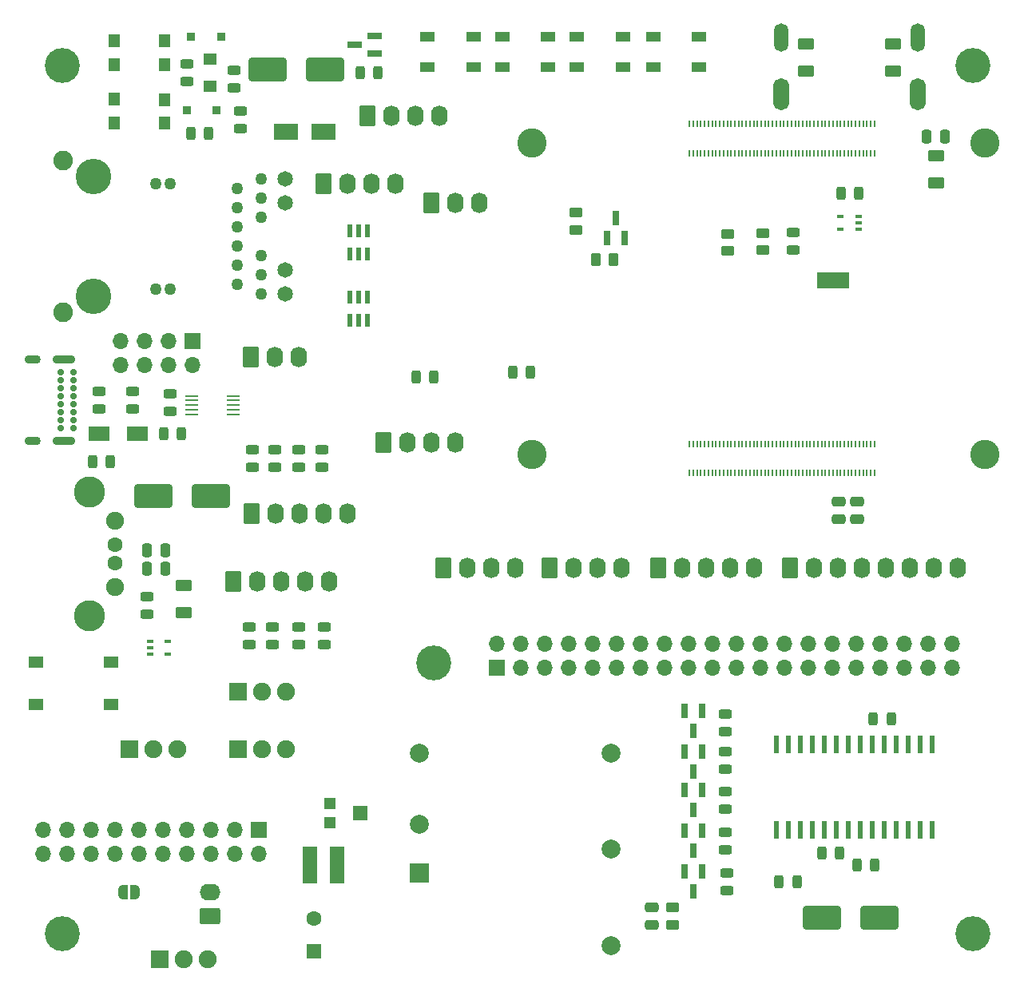
<source format=gts>
%TF.GenerationSoftware,KiCad,Pcbnew,5.99.0-unknown-47cb7f53fd~143~ubuntu20.04.1*%
%TF.CreationDate,2021-11-23T21:30:27-08:00*%
%TF.ProjectId,acorn-motherboard,61636f72-6e2d-46d6-9f74-686572626f61,rev?*%
%TF.SameCoordinates,Original*%
%TF.FileFunction,Soldermask,Top*%
%TF.FilePolarity,Negative*%
%FSLAX46Y46*%
G04 Gerber Fmt 4.6, Leading zero omitted, Abs format (unit mm)*
G04 Created by KiCad (PCBNEW 5.99.0-unknown-47cb7f53fd~143~ubuntu20.04.1) date 2021-11-23 21:30:27*
%MOMM*%
%LPD*%
G01*
G04 APERTURE LIST*
G04 Aperture macros list*
%AMRoundRect*
0 Rectangle with rounded corners*
0 $1 Rounding radius*
0 $2 $3 $4 $5 $6 $7 $8 $9 X,Y pos of 4 corners*
0 Add a 4 corners polygon primitive as box body*
4,1,4,$2,$3,$4,$5,$6,$7,$8,$9,$2,$3,0*
0 Add four circle primitives for the rounded corners*
1,1,$1+$1,$2,$3*
1,1,$1+$1,$4,$5*
1,1,$1+$1,$6,$7*
1,1,$1+$1,$8,$9*
0 Add four rect primitives between the rounded corners*
20,1,$1+$1,$2,$3,$4,$5,0*
20,1,$1+$1,$4,$5,$6,$7,0*
20,1,$1+$1,$6,$7,$8,$9,0*
20,1,$1+$1,$8,$9,$2,$3,0*%
%AMFreePoly0*
4,1,22,0.500000,-0.750000,0.000000,-0.750000,0.000000,-0.745033,-0.079941,-0.743568,-0.215256,-0.701293,-0.333266,-0.622738,-0.424486,-0.514219,-0.481581,-0.384460,-0.499164,-0.250000,-0.500000,-0.250000,-0.500000,0.250000,-0.499164,0.250000,-0.499963,0.256109,-0.478152,0.396186,-0.417904,0.524511,-0.324060,0.630769,-0.204165,0.706417,-0.067858,0.745374,0.000000,0.744959,0.000000,0.750000,
0.500000,0.750000,0.500000,-0.750000,0.500000,-0.750000,$1*%
%AMFreePoly1*
4,1,20,0.000000,0.744959,0.073905,0.744508,0.209726,0.703889,0.328688,0.626782,0.421226,0.519385,0.479903,0.390333,0.500000,0.250000,0.500000,-0.250000,0.499851,-0.262216,0.476331,-0.402017,0.414519,-0.529596,0.319384,-0.634700,0.198574,-0.708877,0.061801,-0.746166,0.000000,-0.745033,0.000000,-0.750000,-0.500000,-0.750000,-0.500000,0.750000,0.000000,0.750000,0.000000,0.744959,
0.000000,0.744959,$1*%
G04 Aperture macros list end*
%ADD10R,1.600000X3.900000*%
%ADD11RoundRect,0.250000X-0.620000X-0.850000X0.620000X-0.850000X0.620000X0.850000X-0.620000X0.850000X0*%
%ADD12O,1.740000X2.200000*%
%ADD13RoundRect,0.250000X0.850000X-0.620000X0.850000X0.620000X-0.850000X0.620000X-0.850000X-0.620000X0*%
%ADD14O,2.200000X1.740000*%
%ADD15C,3.700000*%
%ADD16R,1.200000X1.200000*%
%ADD17R,1.500000X1.600000*%
%ADD18RoundRect,0.250000X0.625000X-0.375000X0.625000X0.375000X-0.625000X0.375000X-0.625000X-0.375000X0*%
%ADD19RoundRect,0.243750X-0.456250X0.243750X-0.456250X-0.243750X0.456250X-0.243750X0.456250X0.243750X0*%
%ADD20C,3.100000*%
%ADD21R,0.200000X0.700000*%
%ADD22RoundRect,0.243750X0.456250X-0.243750X0.456250X0.243750X-0.456250X0.243750X-0.456250X-0.243750X0*%
%ADD23R,1.400000X1.300000*%
%ADD24R,2.500000X1.800000*%
%ADD25RoundRect,0.243750X0.243750X0.456250X-0.243750X0.456250X-0.243750X-0.456250X0.243750X-0.456250X0*%
%ADD26C,1.270000*%
%ADD27C,1.651000*%
%ADD28C,3.759200*%
%ADD29C,2.082800*%
%ADD30R,0.900000X0.950000*%
%ADD31RoundRect,0.243750X-0.243750X-0.456250X0.243750X-0.456250X0.243750X0.456250X-0.243750X0.456250X0*%
%ADD32RoundRect,0.250000X-0.625000X0.375000X-0.625000X-0.375000X0.625000X-0.375000X0.625000X0.375000X0*%
%ADD33R,3.400000X1.800000*%
%ADD34RoundRect,0.070000X0.650000X0.300000X-0.650000X0.300000X-0.650000X-0.300000X0.650000X-0.300000X0*%
%ADD35R,0.558800X1.320800*%
%ADD36R,2.200000X1.600000*%
%ADD37C,0.700000*%
%ADD38O,1.700000X0.900000*%
%ADD39O,2.400000X0.900000*%
%ADD40R,1.550000X1.300000*%
%ADD41RoundRect,0.100000X-0.225000X-0.100000X0.225000X-0.100000X0.225000X0.100000X-0.225000X0.100000X0*%
%ADD42RoundRect,0.100000X0.225000X0.100000X-0.225000X0.100000X-0.225000X-0.100000X0.225000X-0.100000X0*%
%ADD43R,1.358900X0.279400*%
%ADD44C,1.900000*%
%ADD45C,1.600000*%
%ADD46C,3.300000*%
%ADD47RoundRect,0.250000X-1.750000X-1.000000X1.750000X-1.000000X1.750000X1.000000X-1.750000X1.000000X0*%
%ADD48R,2.000000X2.000000*%
%ADD49C,2.000000*%
%ADD50FreePoly0,0.000000*%
%ADD51FreePoly1,0.000000*%
%ADD52R,1.700000X1.700000*%
%ADD53O,1.700000X1.700000*%
%ADD54RoundRect,0.070000X-0.300000X0.650000X-0.300000X-0.650000X0.300000X-0.650000X0.300000X0.650000X0*%
%ADD55R,1.600000X1.600000*%
%ADD56RoundRect,0.250000X-0.620000X-0.845000X0.620000X-0.845000X0.620000X0.845000X-0.620000X0.845000X0*%
%ADD57O,1.740000X2.190000*%
%ADD58R,1.900000X1.900000*%
%ADD59RoundRect,0.250000X-0.475000X0.250000X-0.475000X-0.250000X0.475000X-0.250000X0.475000X0.250000X0*%
%ADD60R,1.500000X1.000000*%
%ADD61RoundRect,0.250000X-0.450000X0.262500X-0.450000X-0.262500X0.450000X-0.262500X0.450000X0.262500X0*%
%ADD62R,1.250000X1.450000*%
%ADD63RoundRect,0.250000X0.250000X0.475000X-0.250000X0.475000X-0.250000X-0.475000X0.250000X-0.475000X0*%
%ADD64RoundRect,0.070000X0.300000X-0.650000X0.300000X0.650000X-0.300000X0.650000X-0.300000X-0.650000X0*%
%ADD65R,0.558800X1.981200*%
%ADD66RoundRect,0.250000X1.750000X1.000000X-1.750000X1.000000X-1.750000X-1.000000X1.750000X-1.000000X0*%
%ADD67RoundRect,0.250000X0.450000X-0.262500X0.450000X0.262500X-0.450000X0.262500X-0.450000X-0.262500X0*%
%ADD68RoundRect,0.250000X-0.262500X-0.450000X0.262500X-0.450000X0.262500X0.450000X-0.262500X0.450000X0*%
%ADD69O,1.700000X3.400000*%
%ADD70O,1.500000X3.000000*%
G04 APERTURE END LIST*
D10*
X118450000Y-129000000D03*
X115550000Y-129000000D03*
D11*
X121690000Y-49562275D03*
D12*
X124230000Y-49562275D03*
X126770000Y-49562275D03*
X129310000Y-49562275D03*
D13*
X105031061Y-134419725D03*
D14*
X105031061Y-131879725D03*
D11*
X117000000Y-56750000D03*
D12*
X119540000Y-56750000D03*
X122080000Y-56750000D03*
X124620000Y-56750000D03*
D15*
X185871061Y-44200000D03*
D16*
X117700000Y-122500000D03*
D17*
X120950000Y-123500000D03*
D16*
X117700000Y-124500000D03*
D18*
X102200000Y-102200000D03*
X102200000Y-99400000D03*
D19*
X98321061Y-100520225D03*
X98321061Y-102395225D03*
D20*
X187121061Y-85450000D03*
X139121061Y-85450000D03*
X139121061Y-52450000D03*
X187121061Y-52450000D03*
D21*
X155821061Y-87450000D03*
X155821061Y-84370000D03*
X156221061Y-87450000D03*
X156221061Y-84370000D03*
X156621061Y-87450000D03*
X156621061Y-84370000D03*
X157021061Y-87450000D03*
X157021061Y-84370000D03*
X157421061Y-87450000D03*
X157421061Y-84370000D03*
X157821061Y-87450000D03*
X157821061Y-84370000D03*
X158221061Y-87450000D03*
X158221061Y-84370000D03*
X158621061Y-87450000D03*
X158621061Y-84370000D03*
X159021061Y-87450000D03*
X159021061Y-84370000D03*
X159421061Y-87450000D03*
X159421061Y-84370000D03*
X159821061Y-87450000D03*
X159821061Y-84370000D03*
X160221061Y-87450000D03*
X160221061Y-84370000D03*
X160621061Y-87450000D03*
X160621061Y-84370000D03*
X161021061Y-87450000D03*
X161021061Y-84370000D03*
X161421061Y-87450000D03*
X161421061Y-84370000D03*
X161821061Y-87450000D03*
X161821061Y-84370000D03*
X162221061Y-87450000D03*
X162221061Y-84370000D03*
X162621061Y-87450000D03*
X162621061Y-84370000D03*
X163021061Y-87450000D03*
X163021061Y-84370000D03*
X163421061Y-87450000D03*
X163421061Y-84370000D03*
X163821061Y-87450000D03*
X163821061Y-84370000D03*
X164221061Y-87450000D03*
X164221061Y-84370000D03*
X164621061Y-87450000D03*
X164621061Y-84370000D03*
X165021061Y-87450000D03*
X165021061Y-84370000D03*
X165421061Y-87450000D03*
X165421061Y-84370000D03*
X165821061Y-87450000D03*
X165821061Y-84370000D03*
X166221061Y-87450000D03*
X166221061Y-84370000D03*
X166621061Y-87450000D03*
X166621061Y-84370000D03*
X167021061Y-87450000D03*
X167021061Y-84370000D03*
X167421061Y-87450000D03*
X167421061Y-84370000D03*
X167821061Y-87450000D03*
X167821061Y-84370000D03*
X168221061Y-87450000D03*
X168221061Y-84370000D03*
X168621061Y-87450000D03*
X168621061Y-84370000D03*
X169021061Y-87450000D03*
X169021061Y-84370000D03*
X169421061Y-87450000D03*
X169421061Y-84370000D03*
X169821061Y-87450000D03*
X169821061Y-84370000D03*
X170221061Y-87450000D03*
X170221061Y-84370000D03*
X170621061Y-87450000D03*
X170621061Y-84370000D03*
X171021061Y-87450000D03*
X171021061Y-84370000D03*
X171421061Y-87450000D03*
X171421061Y-84370000D03*
X171821061Y-87450000D03*
X171821061Y-84370000D03*
X172221061Y-87450000D03*
X172221061Y-84370000D03*
X172621061Y-87450000D03*
X172621061Y-84370000D03*
X173021061Y-87450000D03*
X173021061Y-84370000D03*
X173421061Y-87450000D03*
X173421061Y-84370000D03*
X173821061Y-87450000D03*
X173821061Y-84370000D03*
X174221061Y-87450000D03*
X174221061Y-84370000D03*
X174621061Y-87450000D03*
X174621061Y-84370000D03*
X175021061Y-87450000D03*
X175021061Y-84370000D03*
X175421061Y-87450000D03*
X175421061Y-84370000D03*
X155821061Y-53530000D03*
X155821061Y-50450000D03*
X156221061Y-53530000D03*
X156221061Y-50450000D03*
X156621061Y-53530000D03*
X156621061Y-50450000D03*
X157021061Y-53530000D03*
X157021061Y-50450000D03*
X157421061Y-53530000D03*
X157421061Y-50450000D03*
X157821061Y-53530000D03*
X157821061Y-50450000D03*
X158221061Y-53530000D03*
X158221061Y-50450000D03*
X158621061Y-53530000D03*
X158621061Y-50450000D03*
X159021061Y-53530000D03*
X159021061Y-50450000D03*
X159421061Y-53530000D03*
X159421061Y-50450000D03*
X159821061Y-53530000D03*
X159821061Y-50450000D03*
X160221061Y-53530000D03*
X160221061Y-50450000D03*
X160621061Y-53530000D03*
X160621061Y-50450000D03*
X161021061Y-53530000D03*
X161021061Y-50450000D03*
X161421061Y-53530000D03*
X161421061Y-50450000D03*
X161821061Y-53530000D03*
X161821061Y-50450000D03*
X162221061Y-53530000D03*
X162221061Y-50450000D03*
X162621061Y-53530000D03*
X162621061Y-50450000D03*
X163021061Y-53530000D03*
X163021061Y-50450000D03*
X163421061Y-53530000D03*
X163421061Y-50450000D03*
X163821061Y-53530000D03*
X163821061Y-50450000D03*
X164221061Y-53530000D03*
X164221061Y-50450000D03*
X164621061Y-53530000D03*
X164621061Y-50450000D03*
X165021061Y-53530000D03*
X165021061Y-50450000D03*
X165421061Y-53530000D03*
X165421061Y-50450000D03*
X165821061Y-53530000D03*
X165821061Y-50450000D03*
X166221061Y-53530000D03*
X166221061Y-50450000D03*
X166621061Y-53530000D03*
X166621061Y-50450000D03*
X167021061Y-53530000D03*
X167021061Y-50450000D03*
X167421061Y-53530000D03*
X167421061Y-50450000D03*
X167821061Y-53530000D03*
X167821061Y-50450000D03*
X168221061Y-53530000D03*
X168221061Y-50450000D03*
X168621061Y-53530000D03*
X168621061Y-50450000D03*
X169021061Y-53530000D03*
X169021061Y-50450000D03*
X169421061Y-53530000D03*
X169421061Y-50450000D03*
X169821061Y-53530000D03*
X169821061Y-50450000D03*
X170221061Y-53530000D03*
X170221061Y-50450000D03*
X170621061Y-53530000D03*
X170621061Y-50450000D03*
X171021061Y-53530000D03*
X171021061Y-50450000D03*
X171421061Y-53530000D03*
X171421061Y-50450000D03*
X171821061Y-53530000D03*
X171821061Y-50450000D03*
X172221061Y-53530000D03*
X172221061Y-50450000D03*
X172621061Y-53530000D03*
X172621061Y-50450000D03*
X173021061Y-53530000D03*
X173021061Y-50450000D03*
X173421061Y-53530000D03*
X173421061Y-50450000D03*
X173821061Y-53530000D03*
X173821061Y-50450000D03*
X174221061Y-53530000D03*
X174221061Y-50450000D03*
X174621061Y-53530000D03*
X174621061Y-50450000D03*
X175021061Y-53530000D03*
X175021061Y-50450000D03*
X175421061Y-53530000D03*
X175421061Y-50450000D03*
D22*
X107571061Y-46637500D03*
X107571061Y-44762500D03*
D23*
X104971061Y-46450000D03*
X104971061Y-43550000D03*
D24*
X117000000Y-51242275D03*
X113000000Y-51242275D03*
D19*
X102571061Y-44062500D03*
X102571061Y-45937500D03*
D25*
X122787500Y-45042275D03*
X120912500Y-45042275D03*
D26*
X107871061Y-67450000D03*
X107871061Y-65420002D03*
X107871061Y-63390000D03*
X107871061Y-61360002D03*
X107871061Y-59330001D03*
X107871061Y-57300003D03*
X110411061Y-68470000D03*
X110411061Y-66440002D03*
X110411061Y-64410001D03*
X110411061Y-60340002D03*
X110411061Y-58310001D03*
X110411061Y-56280003D03*
X100761061Y-67960000D03*
X100761061Y-56790003D03*
X99221061Y-67960000D03*
X99221061Y-56790003D03*
D27*
X112951061Y-68470000D03*
X112951061Y-65930002D03*
X112951061Y-58820001D03*
X112951061Y-56280003D03*
D28*
X92631061Y-68725001D03*
X92631061Y-56025001D03*
D29*
X89461061Y-70440002D03*
X89461061Y-54310001D03*
D30*
X102546061Y-48950000D03*
X105696061Y-48950000D03*
X106146061Y-41200000D03*
X102996061Y-41200000D03*
D31*
X102933561Y-51450000D03*
X104808561Y-51450000D03*
D32*
X168200000Y-41992275D03*
X168200000Y-44792275D03*
D19*
X166800000Y-61954775D03*
X166800000Y-63829775D03*
D31*
X126833561Y-77250000D03*
X128708561Y-77250000D03*
X137062500Y-76750000D03*
X138937500Y-76750000D03*
D33*
X171000000Y-67000000D03*
D34*
X122400000Y-42992275D03*
X122400000Y-41092275D03*
X120300000Y-42042275D03*
D35*
X121710861Y-61755400D03*
X120771061Y-61755400D03*
X119831261Y-61755400D03*
X119831261Y-64244600D03*
X120771061Y-64244600D03*
X121710861Y-64244600D03*
X121710861Y-68755400D03*
X120771061Y-68755400D03*
X119831261Y-68755400D03*
X119831261Y-71244600D03*
X120771061Y-71244600D03*
X121710861Y-71244600D03*
D19*
X100750000Y-79062500D03*
X100750000Y-80937500D03*
D32*
X177400000Y-41992275D03*
X177400000Y-44792275D03*
D36*
X97300000Y-83250000D03*
X93200000Y-83250000D03*
D37*
X90525000Y-76750000D03*
X90525000Y-77600000D03*
X90525000Y-78450000D03*
X90525000Y-79300000D03*
X90525000Y-80150000D03*
X90525000Y-81000000D03*
X90525000Y-81850000D03*
X90525000Y-82700000D03*
X89175000Y-82700000D03*
X89175000Y-81850000D03*
X89175000Y-81000000D03*
X89175000Y-80150000D03*
X89175000Y-79300000D03*
X89175000Y-78450000D03*
X89175000Y-77600000D03*
X89175000Y-76750000D03*
D38*
X86165000Y-75400000D03*
D39*
X89545000Y-75400000D03*
X89545000Y-84050000D03*
D38*
X86165000Y-84050000D03*
D25*
X173737500Y-57792275D03*
X171862500Y-57792275D03*
X101937500Y-83250000D03*
X100062500Y-83250000D03*
D31*
X92562500Y-86250000D03*
X94437500Y-86250000D03*
D19*
X96750000Y-78812500D03*
X96750000Y-80687500D03*
D40*
X94475000Y-112000000D03*
X86525000Y-112000000D03*
X94475000Y-107500000D03*
X86525000Y-107500000D03*
D41*
X98621061Y-105307725D03*
X98621061Y-105957725D03*
X98621061Y-106607725D03*
X100521061Y-106607725D03*
X100521061Y-105307725D03*
D42*
X173735561Y-61556500D03*
X173735561Y-60906500D03*
X173735561Y-60256500D03*
X171835561Y-60256500D03*
X171835561Y-61556500D03*
D43*
X107450938Y-81252513D03*
X107450938Y-80752511D03*
X107450938Y-80252512D03*
X107450938Y-79752513D03*
X107450938Y-79252511D03*
X103044038Y-79252511D03*
X103044038Y-79752513D03*
X103044038Y-80252512D03*
X103044038Y-80752511D03*
X103044038Y-81252513D03*
D44*
X94960000Y-92500000D03*
D45*
X94960000Y-95000000D03*
X94960000Y-97000000D03*
D44*
X94960000Y-99500000D03*
D46*
X92250000Y-89430000D03*
X92250000Y-102570000D03*
D47*
X111117500Y-44700000D03*
X117217500Y-44700000D03*
D15*
X89371061Y-44200000D03*
D11*
X123371061Y-84200000D03*
D12*
X125911061Y-84200000D03*
X128451061Y-84200000D03*
X130991061Y-84200000D03*
D48*
X127221061Y-129807725D03*
D49*
X127221061Y-124707725D03*
X147521061Y-137507725D03*
X147521061Y-127307725D03*
X147521061Y-117107725D03*
X127221061Y-117107725D03*
D50*
X95745061Y-131879725D03*
D51*
X97045061Y-131879725D03*
D15*
X89371061Y-136307725D03*
X185871061Y-136307725D03*
D52*
X110121061Y-125307725D03*
D53*
X110121061Y-127847725D03*
X107581061Y-125307725D03*
X107581061Y-127847725D03*
X105041061Y-125307725D03*
X105041061Y-127847725D03*
X102501061Y-125307725D03*
X102501061Y-127847725D03*
X99961061Y-125307725D03*
X99961061Y-127847725D03*
X97421061Y-125307725D03*
X97421061Y-127847725D03*
X94881061Y-125307725D03*
X94881061Y-127847725D03*
X92341061Y-125307725D03*
X92341061Y-127847725D03*
X89801061Y-125307725D03*
X89801061Y-127847725D03*
X87261061Y-125307725D03*
X87261061Y-127847725D03*
D31*
X169812500Y-127750000D03*
X171687500Y-127750000D03*
D11*
X152500000Y-97500000D03*
D12*
X155040000Y-97500000D03*
X157580000Y-97500000D03*
X160120000Y-97500000D03*
X162660000Y-97500000D03*
D54*
X157162061Y-129686725D03*
X155262061Y-129686725D03*
X156212061Y-131786725D03*
X157162061Y-125368725D03*
X155262061Y-125368725D03*
X156212061Y-127468725D03*
D22*
X159768061Y-131674225D03*
X159768061Y-129799225D03*
X159641061Y-127356225D03*
X159641061Y-125481225D03*
D31*
X173562500Y-129000000D03*
X175437500Y-129000000D03*
X165312500Y-130750000D03*
X167187500Y-130750000D03*
D25*
X177187500Y-113500000D03*
X175312500Y-113500000D03*
D19*
X93250000Y-78812500D03*
X93250000Y-80687500D03*
D11*
X141000000Y-97500000D03*
D12*
X143540000Y-97500000D03*
X146080000Y-97500000D03*
X148620000Y-97500000D03*
D54*
X157162061Y-116986725D03*
X155262061Y-116986725D03*
X156212061Y-119086725D03*
X157162061Y-112668725D03*
X155262061Y-112668725D03*
X156212061Y-114768725D03*
D22*
X159641061Y-118847225D03*
X159641061Y-116972225D03*
X159571061Y-114845225D03*
X159571061Y-112970225D03*
X108250000Y-50937500D03*
X108250000Y-49062500D03*
D54*
X157162061Y-121050725D03*
X155262061Y-121050725D03*
X156212061Y-123150725D03*
D22*
X159641061Y-123038225D03*
X159641061Y-121163225D03*
D11*
X166500000Y-97500000D03*
D12*
X169040000Y-97500000D03*
X171580000Y-97500000D03*
X174120000Y-97500000D03*
X176660000Y-97500000D03*
X179200000Y-97500000D03*
X181740000Y-97500000D03*
X184280000Y-97500000D03*
D19*
X109500000Y-84930832D03*
X109500000Y-86805832D03*
D11*
X109420000Y-91707725D03*
D12*
X111960000Y-91707725D03*
X114500000Y-91707725D03*
X117040000Y-91707725D03*
X119580000Y-91707725D03*
D19*
X111891061Y-84930832D03*
X111891061Y-86805832D03*
X114391061Y-84930832D03*
X114391061Y-86805832D03*
X116891061Y-84930832D03*
X116891061Y-86805832D03*
D55*
X116000000Y-138152651D03*
D45*
X116000000Y-134652651D03*
D22*
X111641061Y-105645225D03*
X111641061Y-103770225D03*
X117141061Y-105645225D03*
X117141061Y-103770225D03*
X114371061Y-105645225D03*
X114371061Y-103770225D03*
D11*
X107420000Y-98957725D03*
D12*
X109960000Y-98957725D03*
X112500000Y-98957725D03*
X115040000Y-98957725D03*
X117580000Y-98957725D03*
D11*
X129690000Y-97500000D03*
D12*
X132230000Y-97500000D03*
X134770000Y-97500000D03*
X137310000Y-97500000D03*
D22*
X109141061Y-105645225D03*
X109141061Y-103770225D03*
D56*
X109310000Y-75112275D03*
D57*
X111850000Y-75112275D03*
X114390000Y-75112275D03*
D58*
X96460000Y-116700000D03*
D44*
X99000000Y-116700000D03*
X101540000Y-116700000D03*
D59*
X173610000Y-90460000D03*
X173610000Y-92360000D03*
D60*
X151950000Y-41192275D03*
X151950000Y-44392275D03*
X156850000Y-44392275D03*
X156850000Y-41192275D03*
X128050000Y-41192275D03*
X128050000Y-44392275D03*
X132950000Y-44392275D03*
X132950000Y-41192275D03*
D61*
X143750000Y-59837500D03*
X143750000Y-61662500D03*
D62*
X94850000Y-47830000D03*
X94850000Y-50370000D03*
X100150000Y-47850000D03*
X100150000Y-50370000D03*
D52*
X103100000Y-73425000D03*
D53*
X103100000Y-75965000D03*
X100560000Y-73425000D03*
X100560000Y-75965000D03*
X98020000Y-73425000D03*
X98020000Y-75965000D03*
X95480000Y-73425000D03*
X95480000Y-75965000D03*
D63*
X100250000Y-95600000D03*
X98350000Y-95600000D03*
D56*
X128460000Y-58770000D03*
D57*
X131000000Y-58770000D03*
X133540000Y-58770000D03*
D62*
X94850000Y-41630000D03*
X94850000Y-44170000D03*
X100150000Y-41650000D03*
X100150000Y-44170000D03*
D64*
X147050000Y-62550000D03*
X148950000Y-62550000D03*
X148000000Y-60450000D03*
D59*
X151800000Y-133450000D03*
X151800000Y-135350000D03*
D63*
X182871061Y-51750000D03*
X180971061Y-51750000D03*
D60*
X143850000Y-41192275D03*
X143850000Y-44392275D03*
X148750000Y-44392275D03*
X148750000Y-41192275D03*
D63*
X100250000Y-97610000D03*
X98350000Y-97610000D03*
D65*
X181505000Y-116235000D03*
X180235000Y-116235000D03*
X178965000Y-116235000D03*
X177695000Y-116235000D03*
X176425000Y-116235000D03*
X175155000Y-116235000D03*
X173885000Y-116235000D03*
X172615000Y-116235000D03*
X171345000Y-116235000D03*
X170075000Y-116235000D03*
X168805000Y-116235000D03*
X167535000Y-116235000D03*
X166265000Y-116235000D03*
X164995000Y-116235000D03*
X164995000Y-125265000D03*
X166265000Y-125265000D03*
X167535000Y-125265000D03*
X168805000Y-125265000D03*
X170075000Y-125265000D03*
X171345000Y-125265000D03*
X172615000Y-125265000D03*
X173885000Y-125265000D03*
X175155000Y-125265000D03*
X176425000Y-125265000D03*
X177695000Y-125265000D03*
X178965000Y-125265000D03*
X180235000Y-125265000D03*
X181505000Y-125265000D03*
D66*
X175950000Y-134600000D03*
X169850000Y-134600000D03*
D67*
X163600000Y-63812500D03*
X163600000Y-61987500D03*
D59*
X171600000Y-90450000D03*
X171600000Y-92350000D03*
D66*
X105050000Y-89900000D03*
X98950000Y-89900000D03*
D58*
X107960000Y-116700000D03*
D44*
X110500000Y-116700000D03*
X113040000Y-116700000D03*
D67*
X159900000Y-63912500D03*
X159900000Y-62087500D03*
D58*
X99660000Y-139000000D03*
D44*
X102200000Y-139000000D03*
X104740000Y-139000000D03*
D67*
X154000000Y-135312500D03*
X154000000Y-133487500D03*
D58*
X107960000Y-110600000D03*
D44*
X110500000Y-110600000D03*
X113040000Y-110600000D03*
D60*
X135950000Y-41192275D03*
X135950000Y-44392275D03*
X140850000Y-44392275D03*
X140850000Y-41192275D03*
D15*
X128689061Y-107591725D03*
D68*
X145887500Y-64792275D03*
X147712500Y-64792275D03*
D18*
X182000000Y-56650000D03*
X182000000Y-53850000D03*
D52*
X135371061Y-108057725D03*
D53*
X135371061Y-105517725D03*
X137911061Y-108057725D03*
X137911061Y-105517725D03*
X140451061Y-108057725D03*
X140451061Y-105517725D03*
X142991061Y-108057725D03*
X142991061Y-105517725D03*
X145531061Y-108057725D03*
X145531061Y-105517725D03*
X148071061Y-108057725D03*
X148071061Y-105517725D03*
X150611061Y-108057725D03*
X150611061Y-105517725D03*
X153151061Y-108057725D03*
X153151061Y-105517725D03*
X155691061Y-108057725D03*
X155691061Y-105517725D03*
X158231061Y-108057725D03*
X158231061Y-105517725D03*
X160771061Y-108057725D03*
X160771061Y-105517725D03*
X163311061Y-108057725D03*
X163311061Y-105517725D03*
X165851061Y-108057725D03*
X165851061Y-105517725D03*
X168391061Y-108057725D03*
X168391061Y-105517725D03*
X170931061Y-108057725D03*
X170931061Y-105517725D03*
X173471061Y-108057725D03*
X173471061Y-105517725D03*
X176011061Y-108057725D03*
X176011061Y-105517725D03*
X178551061Y-108057725D03*
X178551061Y-105517725D03*
X181091061Y-108057725D03*
X181091061Y-105517725D03*
X183631061Y-108057725D03*
X183631061Y-105517725D03*
D69*
X165496061Y-47256750D03*
D70*
X165496061Y-41296750D03*
D69*
X179996061Y-47256750D03*
D70*
X179996061Y-41296750D03*
M02*

</source>
